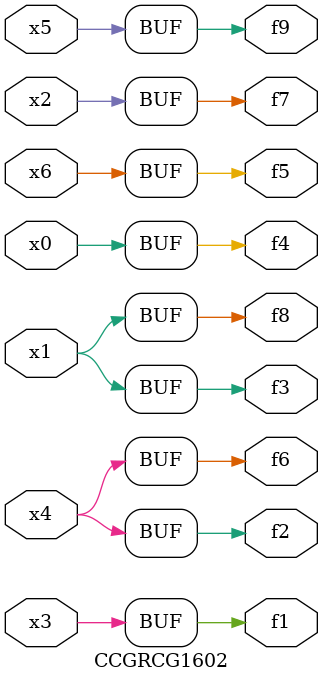
<source format=v>
module CCGRCG1602(
	input x0, x1, x2, x3, x4, x5, x6,
	output f1, f2, f3, f4, f5, f6, f7, f8, f9
);
	assign f1 = x3;
	assign f2 = x4;
	assign f3 = x1;
	assign f4 = x0;
	assign f5 = x6;
	assign f6 = x4;
	assign f7 = x2;
	assign f8 = x1;
	assign f9 = x5;
endmodule

</source>
